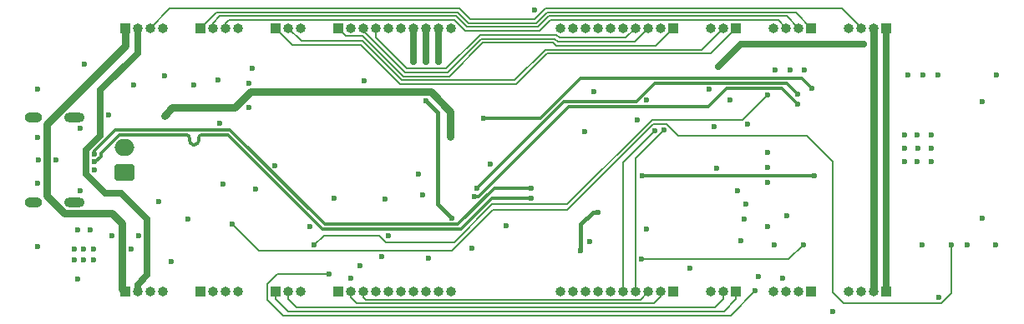
<source format=gbr>
%TF.GenerationSoftware,KiCad,Pcbnew,8.0.0*%
%TF.CreationDate,2024-12-15T19:06:57+00:00*%
%TF.ProjectId,main-board,6d61696e-2d62-46f6-9172-642e6b696361,rev?*%
%TF.SameCoordinates,Original*%
%TF.FileFunction,Copper,L3,Inr*%
%TF.FilePolarity,Positive*%
%FSLAX46Y46*%
G04 Gerber Fmt 4.6, Leading zero omitted, Abs format (unit mm)*
G04 Created by KiCad (PCBNEW 8.0.0) date 2024-12-15 19:06:57*
%MOMM*%
%LPD*%
G01*
G04 APERTURE LIST*
G04 Aperture macros list*
%AMRoundRect*
0 Rectangle with rounded corners*
0 $1 Rounding radius*
0 $2 $3 $4 $5 $6 $7 $8 $9 X,Y pos of 4 corners*
0 Add a 4 corners polygon primitive as box body*
4,1,4,$2,$3,$4,$5,$6,$7,$8,$9,$2,$3,0*
0 Add four circle primitives for the rounded corners*
1,1,$1+$1,$2,$3*
1,1,$1+$1,$4,$5*
1,1,$1+$1,$6,$7*
1,1,$1+$1,$8,$9*
0 Add four rect primitives between the rounded corners*
20,1,$1+$1,$2,$3,$4,$5,0*
20,1,$1+$1,$4,$5,$6,$7,0*
20,1,$1+$1,$6,$7,$8,$9,0*
20,1,$1+$1,$8,$9,$2,$3,0*%
G04 Aperture macros list end*
%TA.AperFunction,ComponentPad*%
%ADD10R,1.000000X1.000000*%
%TD*%
%TA.AperFunction,ComponentPad*%
%ADD11O,1.000000X1.000000*%
%TD*%
%TA.AperFunction,ComponentPad*%
%ADD12O,2.100000X1.000000*%
%TD*%
%TA.AperFunction,ComponentPad*%
%ADD13O,1.800000X1.000000*%
%TD*%
%TA.AperFunction,ComponentPad*%
%ADD14RoundRect,0.250000X0.750000X-0.600000X0.750000X0.600000X-0.750000X0.600000X-0.750000X-0.600000X0*%
%TD*%
%TA.AperFunction,ComponentPad*%
%ADD15O,2.000000X1.700000*%
%TD*%
%TA.AperFunction,ViaPad*%
%ADD16C,0.600000*%
%TD*%
%TA.AperFunction,Conductor*%
%ADD17C,0.300000*%
%TD*%
%TA.AperFunction,Conductor*%
%ADD18C,0.700000*%
%TD*%
%TA.AperFunction,Conductor*%
%ADD19C,0.800000*%
%TD*%
%TA.AperFunction,Conductor*%
%ADD20C,0.400000*%
%TD*%
%TA.AperFunction,Conductor*%
%ADD21C,0.200000*%
%TD*%
G04 APERTURE END LIST*
D10*
%TO.N,/SW1_A*%
%TO.C,SW_C1*%
X76650000Y-113400000D03*
D11*
%TO.N,/SW2_A*%
X77920000Y-113400000D03*
%TO.N,GND*%
X79190000Y-113400000D03*
%TD*%
D10*
%TO.N,/VCC_CTRL*%
%TO.C,PWR1*%
X61400000Y-113400000D03*
D11*
%TO.N,LDO_CTRL*%
X62670000Y-113400000D03*
%TO.N,/BUZZER_A*%
X63940000Y-113400000D03*
%TO.N,GND*%
X65210000Y-113400000D03*
%TD*%
D10*
%TO.N,/VPRG*%
%TO.C,DD1*%
X83005000Y-113400000D03*
D11*
%TO.N,/ALT_A*%
X84275000Y-113400000D03*
%TO.N,/GSCLK*%
X85545000Y-113400000D03*
%TO.N,/BLANK*%
X86815000Y-113400000D03*
%TO.N,/XLAT*%
X88085000Y-113400000D03*
%TO.N,/XERR_A*%
X89355000Y-113400000D03*
%TO.N,/SCLK*%
X90625000Y-113400000D03*
%TO.N,/SIN_A*%
X91895000Y-113400000D03*
%TO.N,/SOUT_A*%
X93165000Y-113400000D03*
%TO.N,GND*%
X94435000Y-113400000D03*
%TD*%
D10*
%TO.N,/MC_DD_1_B*%
%TO.C,CA3*%
X69025000Y-86600000D03*
D11*
%TO.N,/MC_DD_2_B*%
X70295000Y-86600000D03*
%TO.N,/MC_SD_B*%
X71565000Y-86600000D03*
%TO.N,GND*%
X72835000Y-86600000D03*
%TD*%
D10*
%TO.N,/SW1_A*%
%TO.C,SW_C2*%
X123350000Y-113400000D03*
D11*
%TO.N,/SW2_A*%
X122080000Y-113400000D03*
%TO.N,GND*%
X120810000Y-113400000D03*
%TD*%
D10*
%TO.N,/MC_DD_1_A*%
%TO.C,CA1*%
X69025000Y-113400000D03*
D11*
%TO.N,/MC_DD_2_A*%
X70295000Y-113400000D03*
%TO.N,/MC_SD_A*%
X71565000Y-113400000D03*
%TO.N,GND*%
X72835000Y-113400000D03*
%TD*%
D10*
%TO.N,/VPRG*%
%TO.C,DD4*%
X116995000Y-86600000D03*
D11*
%TO.N,/ALT_B*%
X115725000Y-86600000D03*
%TO.N,/GSCLK*%
X114455000Y-86600000D03*
%TO.N,/BLANK*%
X113185000Y-86600000D03*
%TO.N,/XLAT*%
X111915000Y-86600000D03*
%TO.N,/XERR_B*%
X110645000Y-86600000D03*
%TO.N,/SCLK*%
X109375000Y-86600000D03*
%TO.N,/SIN_B*%
X108105000Y-86600000D03*
%TO.N,/SOUT_B*%
X106835000Y-86600000D03*
%TO.N,GND*%
X105565000Y-86600000D03*
%TD*%
D10*
%TO.N,/VPRG*%
%TO.C,DD2*%
X116995000Y-113400000D03*
D11*
%TO.N,/ALT_A*%
X115725000Y-113400000D03*
%TO.N,/GSCLK*%
X114455000Y-113400000D03*
%TO.N,/BLANK*%
X113185000Y-113400000D03*
%TO.N,/XLAT*%
X111915000Y-113400000D03*
%TO.N,/XERR_A*%
X110645000Y-113400000D03*
%TO.N,/SCLK*%
X109375000Y-113400000D03*
%TO.N,/SIN_A*%
X108105000Y-113400000D03*
%TO.N,/SOUT_A*%
X106835000Y-113400000D03*
%TO.N,GND*%
X105565000Y-113400000D03*
%TD*%
D10*
%TO.N,/SW1_B*%
%TO.C,SW_C4*%
X123350000Y-86600000D03*
D11*
%TO.N,/SW2_B*%
X122080000Y-86600000D03*
%TO.N,GND*%
X120810000Y-86600000D03*
%TD*%
D10*
%TO.N,/VCC_CTRL*%
%TO.C,PWR2*%
X138600000Y-113400000D03*
D11*
%TO.N,LDO_CTRL*%
X137330000Y-113400000D03*
%TO.N,/BUZZER_A*%
X136060000Y-113400000D03*
%TO.N,GND*%
X134790000Y-113400000D03*
%TD*%
D10*
%TO.N,/MC_DD_1_B*%
%TO.C,CA4*%
X130975000Y-86600000D03*
D11*
%TO.N,/MC_DD_2_B*%
X129705000Y-86600000D03*
%TO.N,/MC_SD_B*%
X128435000Y-86600000D03*
%TO.N,GND*%
X127165000Y-86600000D03*
%TD*%
D10*
%TO.N,/SW1_B*%
%TO.C,SW_C3*%
X76650000Y-86600000D03*
D11*
%TO.N,/SW2_B*%
X77920000Y-86600000D03*
%TO.N,GND*%
X79190000Y-86600000D03*
%TD*%
D10*
%TO.N,/VCC_CTRL*%
%TO.C,PWR4*%
X138600000Y-86600000D03*
D11*
%TO.N,LDO_CTRL*%
X137330000Y-86600000D03*
%TO.N,/BUZZER_B*%
X136060000Y-86600000D03*
%TO.N,GND*%
X134790000Y-86600000D03*
%TD*%
D10*
%TO.N,/VCC_CTRL*%
%TO.C,PWR3*%
X61400000Y-86600000D03*
D11*
%TO.N,LDO_CTRL*%
X62670000Y-86600000D03*
%TO.N,/BUZZER_B*%
X63940000Y-86600000D03*
%TO.N,GND*%
X65210000Y-86600000D03*
%TD*%
D12*
%TO.N,Net-(J1-SHIELD)*%
%TO.C,J1*%
X56280000Y-95660000D03*
D13*
X52100000Y-95660000D03*
D12*
X56280000Y-104300000D03*
D13*
X52100000Y-104300000D03*
%TD*%
D10*
%TO.N,/VPRG*%
%TO.C,DD3*%
X83005000Y-86600000D03*
D11*
%TO.N,/ALT_B*%
X84275000Y-86600000D03*
%TO.N,/GSCLK*%
X85545000Y-86600000D03*
%TO.N,/BLANK*%
X86815000Y-86600000D03*
%TO.N,/XLAT*%
X88085000Y-86600000D03*
%TO.N,/XERR_B*%
X89355000Y-86600000D03*
%TO.N,/SCLK*%
X90625000Y-86600000D03*
%TO.N,/SIN_B*%
X91895000Y-86600000D03*
%TO.N,/SOUT_B*%
X93165000Y-86600000D03*
%TO.N,GND*%
X94435000Y-86600000D03*
%TD*%
D10*
%TO.N,/MC_DD_1_A*%
%TO.C,CA2*%
X130975000Y-113400000D03*
D11*
%TO.N,/MC_DD_2_A*%
X129705000Y-113400000D03*
%TO.N,/MC_SD_A*%
X128435000Y-113400000D03*
%TO.N,GND*%
X127165000Y-113400000D03*
%TD*%
D14*
%TO.N,-BATT*%
%TO.C,BAT1*%
X61350000Y-101250000D03*
D15*
%TO.N,+BATT*%
X61350000Y-98750000D03*
%TD*%
D16*
%TO.N,GND*%
X120600000Y-92850000D03*
X65400000Y-91475000D03*
%TO.N,+BATT*%
X94400000Y-97612500D03*
X65400000Y-95500000D03*
%TO.N,/BUZZER_A*%
X133100000Y-115400000D03*
%TO.N,/VCC_CTRL*%
X118700000Y-111000000D03*
%TO.N,Net-(D4-K)*%
X107587500Y-109200000D03*
X109375000Y-105300000D03*
%TO.N,/MOSI(SIN)*%
X113785000Y-110100000D03*
X130175000Y-108625000D03*
%TO.N,/CTRL*%
X125300000Y-113300000D03*
%TO.N,/VCC_CTRL_EN*%
X126500000Y-93400000D03*
%TO.N,/GPIO11*%
X130300000Y-90900000D03*
%TO.N,/GPIO12*%
X128800000Y-90900000D03*
%TO.N,/GPIO13*%
X127300000Y-90900000D03*
%TO.N,GND*%
X124512500Y-96400000D03*
%TO.N,/BLANK*%
X116050000Y-96950000D03*
%TO.N,/XLAT*%
X115100000Y-97050000D03*
%TO.N,GND*%
X108025000Y-97125000D03*
%TO.N,/GSCLK*%
X121100000Y-96600000D03*
X126525000Y-99250000D03*
%TO.N,Net-(Q1-G)*%
X97725000Y-95750000D03*
X131000000Y-92700000D03*
%TO.N,/SDA*%
X124350000Y-104500000D03*
%TO.N,/SCL*%
X123500000Y-103100000D03*
%TO.N,Net-(U2-IO05)*%
X96834113Y-103750000D03*
%TO.N,GND*%
X91600000Y-103537500D03*
%TO.N,Net-(U2-IO06)*%
X97100000Y-102900000D03*
%TO.N,/ADC_BAT_V*%
X131300000Y-101600000D03*
X143775000Y-91375000D03*
%TO.N,/LDO_LATCH*%
X145175000Y-108625000D03*
X72250000Y-106525000D03*
%TO.N,/VCC_CTRL_EN*%
X80600000Y-108650000D03*
%TO.N,/1V*%
X136300000Y-88200000D03*
%TO.N,/USB_D-*%
X102600000Y-103909824D03*
%TO.N,/USB_D+*%
X58300000Y-101000003D03*
X102600000Y-102850000D03*
%TO.N,/USB_D-*%
X58300000Y-100200000D03*
%TO.N,/USB_D+*%
X58300000Y-99399997D03*
%TO.N,Net-(U2-IO05)*%
X129600000Y-94300000D03*
%TO.N,Net-(U2-IO06)*%
X129600000Y-93337500D03*
%TO.N,/ADC_BAT_V*%
X113800000Y-101600000D03*
%TO.N,/1V*%
X121500000Y-90500000D03*
%TO.N,/2.5V*%
X113292000Y-95925000D03*
%TO.N,/SIN_A*%
X96600000Y-108950000D03*
%TO.N,/SCLK*%
X90625000Y-90000000D03*
X87400000Y-109850000D03*
%TO.N,/XERR_B*%
X114300000Y-93950000D03*
%TO.N,LDO*%
X98400000Y-100400000D03*
%TO.N,Net-(U2-IO00)*%
X122687500Y-93900000D03*
%TO.N,LDO_CTRL*%
X123785636Y-108251622D03*
%TO.N,VCC*%
X88062500Y-107750000D03*
X82600000Y-103900000D03*
X100000000Y-106700000D03*
%TO.N,LDO*%
X74300000Y-90700000D03*
%TO.N,VCC*%
X62300000Y-92375000D03*
%TO.N,GND*%
X87800000Y-104015000D03*
%TO.N,LDO_CTRL*%
X85200000Y-110750000D03*
%TO.N,/SIN_B*%
X91900000Y-90000000D03*
%TO.N,/MISO(SOUT)*%
X94500000Y-105900000D03*
X91900000Y-94000000D03*
%TO.N,/CTRL*%
X82052330Y-111600000D03*
%TO.N,/SCLK*%
X108500000Y-108300000D03*
X125600000Y-111900000D03*
%TO.N,/ALT_A*%
X84275000Y-112000000D03*
%TO.N,/MISO(SOUT)*%
X128086159Y-112000000D03*
%TO.N,/SDA*%
X128500000Y-105700000D03*
%TO.N,/SCL*%
X127175000Y-108625000D03*
%TO.N,GND*%
X80100000Y-106750000D03*
%TO.N,/SW1*%
X73950000Y-92200000D03*
%TO.N,LDO_CTRL*%
X91150000Y-101462500D03*
%TO.N,/SOUT_A*%
X92200000Y-110000000D03*
%TO.N,/SOUT_B*%
X93165000Y-90000000D03*
%TO.N,GND*%
X114300000Y-107037500D03*
%TO.N,LDO_CTRL*%
X85600000Y-92000000D03*
%TO.N,/SW2*%
X73950000Y-94700000D03*
X76600000Y-100600000D03*
%TO.N,/LDO_EN*%
X68337500Y-92375000D03*
%TO.N,VBUS*%
X59750000Y-95400000D03*
%TO.N,Net-(Q7-D)*%
X70837500Y-91900000D03*
%TO.N,LDO_CTRL*%
X102900000Y-84800000D03*
%TO.N,-BATT*%
X62800000Y-107725000D03*
%TO.N,GND*%
X141700000Y-97500000D03*
X58200000Y-110200000D03*
X143100000Y-97500000D03*
X141735000Y-98810000D03*
X70962500Y-96300000D03*
X143100000Y-98800000D03*
X140400000Y-98800000D03*
X56300000Y-109100000D03*
X143100000Y-100200000D03*
X58200000Y-109100000D03*
X54412500Y-100000000D03*
X141700000Y-100200000D03*
X57200000Y-109100000D03*
X52512500Y-97700000D03*
X56855000Y-103180000D03*
X56855000Y-96780000D03*
X57200000Y-110200000D03*
X140400000Y-100200000D03*
X149675000Y-108625000D03*
X56300000Y-110200000D03*
X149775000Y-91375000D03*
X126525000Y-106750000D03*
X67800000Y-105987500D03*
X140400000Y-97500000D03*
%TO.N,/EN*%
X148312500Y-105912500D03*
%TO.N,Net-(C2-Pad2)*%
X124200000Y-106000000D03*
%TO.N,/ADC_BAT_EN*%
X140775000Y-91375000D03*
%TO.N,LDO*%
X148312500Y-94087500D03*
%TO.N,VBUS*%
X57300000Y-90300000D03*
X66050000Y-110300000D03*
%TO.N,Net-(U7-VCC)*%
X64800000Y-104200000D03*
%TO.N,Net-(D3-K)*%
X121377500Y-100875000D03*
%TO.N,Net-(D5-K)*%
X108925000Y-93100000D03*
%TO.N,Net-(Q7-D)*%
X71300000Y-102500000D03*
%TO.N,Net-(Q7-G)*%
X74600000Y-103000000D03*
%TO.N,/ADC_VREF_EN*%
X142275000Y-91375000D03*
%TO.N,Net-(U2-USB_D+)*%
X126525000Y-102250000D03*
%TO.N,Net-(U2-USB_D-)*%
X126525000Y-100750000D03*
%TO.N,/U0TXD*%
X143900000Y-114000000D03*
%TO.N,Net-(U2-TXD0)*%
X142175000Y-108625000D03*
%TO.N,Net-(U6-~{CHRG})*%
X52512500Y-92800000D03*
X56615000Y-107155000D03*
%TO.N,Net-(U6-~{STDBY})*%
X52512500Y-108800000D03*
X57885000Y-107155000D03*
%TO.N,Net-(U6-PROG)*%
X56615000Y-112105000D03*
X61987500Y-109100000D03*
%TO.N,Net-(U7-CS)*%
X60100000Y-107725000D03*
%TO.N,/GPIO46*%
X146775000Y-108625000D03*
%TO.N,Net-(J1-CC1)*%
X52587500Y-100000000D03*
%TO.N,Net-(J1-CC2)*%
X52512500Y-102400000D03*
%TD*%
D17*
%TO.N,/USB_D-*%
X102590176Y-103900000D02*
X98600000Y-103900000D01*
X58950000Y-99302944D02*
X58950000Y-99669236D01*
X60802944Y-97450000D02*
X58950000Y-99302944D01*
X68844000Y-98084000D02*
G75*
G02*
X68488000Y-98440000I-356000J0D01*
G01*
X69200000Y-97450000D02*
G75*
G03*
X68844000Y-97806000I0J-356000D01*
G01*
X68844000Y-97806000D02*
X68844000Y-98084000D01*
X68310000Y-98440000D02*
G75*
G02*
X67954000Y-98084000I0J356000D01*
G01*
X67954000Y-97806000D02*
G75*
G03*
X67598000Y-97450000I-356000J0D01*
G01*
X102600000Y-103909824D02*
X102590176Y-103900000D01*
X81423655Y-107050000D02*
X71823655Y-97450000D01*
X67954000Y-98084000D02*
X67954000Y-97806000D01*
X66000000Y-97450000D02*
X60802944Y-97450000D01*
X67598000Y-97450000D02*
X67420000Y-97450000D01*
X68488000Y-98440000D02*
X68310000Y-98440000D01*
X98600000Y-103900000D02*
X95450000Y-107050000D01*
X67420000Y-97450000D02*
X66000000Y-97450000D01*
X58950000Y-99669236D02*
X58419236Y-100200000D01*
X71823655Y-97450000D02*
X69200000Y-97450000D01*
X95450000Y-107050000D02*
X81423655Y-107050000D01*
X58419236Y-100200000D02*
X58300000Y-100200000D01*
%TO.N,Net-(U2-IO05)*%
X96834113Y-103750000D02*
X97242893Y-103750000D01*
X97242893Y-103750000D02*
X106392893Y-94600000D01*
X106392893Y-94600000D02*
X120500000Y-94600000D01*
X122400000Y-92700000D02*
X128000000Y-92700000D01*
X120500000Y-94600000D02*
X122400000Y-92700000D01*
X128000000Y-92700000D02*
X129600000Y-94300000D01*
D18*
%TO.N,/1V*%
X121500000Y-90500000D02*
X123800000Y-88200000D01*
X123800000Y-88200000D02*
X136300000Y-88200000D01*
D19*
%TO.N,+BATT*%
X65400000Y-95500000D02*
X66200000Y-94700000D01*
X72500000Y-94700000D02*
X74100000Y-93100000D01*
X66200000Y-94700000D02*
X72500000Y-94700000D01*
X74100000Y-93100000D02*
X92400000Y-93100000D01*
X92400000Y-93100000D02*
X94400000Y-95100000D01*
X94400000Y-95100000D02*
X94400000Y-97612500D01*
D18*
%TO.N,LDO_CTRL*%
X57450000Y-98960051D02*
X58900000Y-97510051D01*
X57450000Y-101450000D02*
X57450000Y-98960051D01*
X59400000Y-103400000D02*
X57450000Y-101450000D01*
X58900000Y-97510051D02*
X58900000Y-92900000D01*
X62670000Y-112692894D02*
X63650000Y-111712894D01*
X63650000Y-111712894D02*
X63650000Y-106038298D01*
X61011702Y-103400000D02*
X59400000Y-103400000D01*
X62670000Y-89130000D02*
X62670000Y-86600000D01*
X58900000Y-92900000D02*
X62670000Y-89130000D01*
X63650000Y-106038298D02*
X61011702Y-103400000D01*
X62670000Y-113400000D02*
X62670000Y-112692894D01*
D20*
%TO.N,/MISO(SOUT)*%
X91900000Y-94000000D02*
X93100000Y-95200000D01*
X93100000Y-95200000D02*
X93100000Y-104500000D01*
X93100000Y-104500000D02*
X94500000Y-105900000D01*
D21*
%TO.N,/CTRL*%
X122800000Y-115800000D02*
X77450000Y-115800000D01*
X125300000Y-113300000D02*
X122800000Y-115800000D01*
X77450000Y-115800000D02*
X75850000Y-114200000D01*
X75850000Y-114200000D02*
X75850000Y-112600000D01*
X75850000Y-112600000D02*
X76850000Y-111600000D01*
X76850000Y-111600000D02*
X82052330Y-111600000D01*
D20*
%TO.N,Net-(D4-K)*%
X109375000Y-105300000D02*
X108850000Y-105300000D01*
X108850000Y-105300000D02*
X107587500Y-106562500D01*
X107587500Y-106562500D02*
X107587500Y-109200000D01*
D21*
%TO.N,/MOSI(SIN)*%
X128685000Y-110115000D02*
X113800000Y-110115000D01*
X113800000Y-110115000D02*
X113785000Y-110100000D01*
X130175000Y-108625000D02*
X128685000Y-110115000D01*
%TO.N,/VCC_CTRL_EN*%
X80600000Y-108650000D02*
X81550000Y-107700000D01*
X81550000Y-107700000D02*
X87163971Y-107700000D01*
X87813971Y-108350000D02*
X94786396Y-108350000D01*
X87163971Y-107700000D02*
X87813971Y-108350000D01*
X94786396Y-108350000D02*
X98636396Y-104500000D01*
X98636396Y-104500000D02*
X99100000Y-104500000D01*
X114835785Y-95900000D02*
X124000000Y-95900000D01*
X99100000Y-104500000D02*
X99109824Y-104509824D01*
X99109824Y-104509824D02*
X106225961Y-104509824D01*
X106225961Y-104509824D02*
X114835785Y-95900000D01*
X124000000Y-95900000D02*
X126500000Y-93400000D01*
%TO.N,/LDO_LATCH*%
X98700000Y-105100000D02*
X106201471Y-105100000D01*
X106201471Y-105100000D02*
X114951471Y-96350000D01*
X114951471Y-96350000D02*
X116298529Y-96350000D01*
X116298529Y-96350000D02*
X117498529Y-97550000D01*
X117498529Y-97550000D02*
X130480000Y-97550000D01*
X130480000Y-97550000D02*
X133100000Y-100170000D01*
X133100000Y-100170000D02*
X133100000Y-109076084D01*
X72250000Y-106525000D02*
X74975000Y-109250000D01*
X74975000Y-109250000D02*
X94550000Y-109250000D01*
X94550000Y-109250000D02*
X98700000Y-105100000D01*
D17*
%TO.N,Net-(U2-IO06)*%
X129600000Y-93337500D02*
X128462500Y-92200000D01*
X128462500Y-92200000D02*
X115107106Y-92200000D01*
X115107106Y-92200000D02*
X113207106Y-94100000D01*
X105900000Y-94100000D02*
X97100000Y-102900000D01*
X113207106Y-94100000D02*
X105900000Y-94100000D01*
%TO.N,Net-(Q1-G)*%
X131000000Y-92700000D02*
X130000000Y-91700000D01*
X130000000Y-91700000D02*
X107592894Y-91700000D01*
X107592894Y-91700000D02*
X103542894Y-95750000D01*
X103542894Y-95750000D02*
X97725000Y-95750000D01*
D21*
%TO.N,/BLANK*%
X113185000Y-113400000D02*
X113185000Y-99815000D01*
X113185000Y-99815000D02*
X116050000Y-96950000D01*
%TO.N,/XLAT*%
X111915000Y-113400000D02*
X111915000Y-100235000D01*
X111915000Y-100235000D02*
X115100000Y-97050000D01*
D17*
%TO.N,/ADC_BAT_V*%
X131300000Y-101600000D02*
X113800000Y-101600000D01*
%TO.N,/USB_D+*%
X98850000Y-102850000D02*
X102600000Y-102850000D01*
X58300000Y-99100000D02*
X60450000Y-96950000D01*
X95150000Y-106550000D02*
X98850000Y-102850000D01*
X60450000Y-96950000D02*
X72030761Y-96950000D01*
X72030761Y-96950000D02*
X81630761Y-106550000D01*
X58300000Y-99399997D02*
X58300000Y-99100000D01*
X81630761Y-106550000D02*
X95150000Y-106550000D01*
D19*
%TO.N,/VCC_CTRL*%
X61400000Y-113400000D02*
X61087500Y-113087500D01*
X61087500Y-113087500D02*
X61087500Y-106431002D01*
X60056498Y-105400000D02*
X55274365Y-105400000D01*
X61087500Y-106431002D02*
X60056498Y-105400000D01*
X55274365Y-105400000D02*
X53500000Y-103625635D01*
X53500000Y-103625635D02*
X53500000Y-96334365D01*
X53500000Y-96334365D02*
X61400000Y-88434365D01*
X61400000Y-88434365D02*
X61400000Y-86600000D01*
D18*
%TO.N,/SIN_B*%
X91895000Y-86600000D02*
X91895000Y-89995000D01*
X91895000Y-89995000D02*
X91900000Y-90000000D01*
%TO.N,/SCLK*%
X90625000Y-90000000D02*
X90625000Y-86600000D01*
%TO.N,/SOUT_B*%
X93165000Y-90000000D02*
X93165000Y-86600000D01*
D21*
%TO.N,/BLANK*%
X86815000Y-86600000D02*
X86815000Y-87583628D01*
X105133629Y-87300000D02*
X105433629Y-87600000D01*
X112185000Y-87600000D02*
X113185000Y-86600000D01*
X86815000Y-87583628D02*
X89931372Y-90700000D01*
X89931372Y-90700000D02*
X93968628Y-90700000D01*
X93968628Y-90700000D02*
X97368629Y-87300000D01*
X97368629Y-87300000D02*
X105133629Y-87300000D01*
X105433629Y-87600000D02*
X112185000Y-87600000D01*
%TO.N,/GSCLK*%
X85545000Y-86600000D02*
X85545000Y-86879314D01*
X89765686Y-91100000D02*
X94134314Y-91100000D01*
X85545000Y-86879314D02*
X89765686Y-91100000D01*
X94134314Y-91100000D02*
X97534315Y-87700000D01*
X97534315Y-87700000D02*
X104967943Y-87700000D01*
X104967943Y-87700000D02*
X105267943Y-88000000D01*
X105267943Y-88000000D02*
X113055000Y-88000000D01*
X113055000Y-88000000D02*
X114455000Y-86600000D01*
%TO.N,/VPRG*%
X116995000Y-86600000D02*
X115195000Y-88400000D01*
X83805000Y-87400000D02*
X83005000Y-86600000D01*
X97700000Y-88100000D02*
X94300000Y-91500000D01*
X115195000Y-88400000D02*
X105102258Y-88400000D01*
X85500000Y-87400000D02*
X83805000Y-87400000D01*
X105102258Y-88400000D02*
X104802258Y-88100000D01*
X104802258Y-88100000D02*
X97700000Y-88100000D01*
X94300000Y-91500000D02*
X89600000Y-91500000D01*
X89600000Y-91500000D02*
X85500000Y-87400000D01*
%TO.N,/VCC_CTRL_EN*%
X80600000Y-108650000D02*
X80700000Y-108750000D01*
%TO.N,/LDO_LATCH*%
X134200000Y-114600000D02*
X144148529Y-114600000D01*
X144148529Y-114600000D02*
X145175000Y-113573529D01*
X133100000Y-109076084D02*
X133100000Y-113500000D01*
X133100000Y-113500000D02*
X134200000Y-114600000D01*
X145175000Y-113573529D02*
X145175000Y-108625000D01*
%TO.N,/SW1_B*%
X120750000Y-89200000D02*
X123350000Y-86600000D01*
X104165686Y-89200000D02*
X120750000Y-89200000D01*
X89268629Y-92300000D02*
X101065686Y-92300000D01*
X85301471Y-88332843D02*
X89268629Y-92300000D01*
X78382843Y-88332843D02*
X85301471Y-88332843D01*
X101065686Y-92300000D02*
X104165686Y-89200000D01*
X76650000Y-86600000D02*
X78382843Y-88332843D01*
%TO.N,/SW2_B*%
X119880000Y-88800000D02*
X122080000Y-86600000D01*
X104000000Y-88800000D02*
X119880000Y-88800000D01*
X85467157Y-87932843D02*
X89434314Y-91900000D01*
X89434314Y-91900000D02*
X100900000Y-91900000D01*
X79252843Y-87932843D02*
X85467157Y-87932843D01*
X100900000Y-91900000D02*
X104000000Y-88800000D01*
X77920000Y-86600000D02*
X79252843Y-87932843D01*
D19*
%TO.N,LDO_CTRL*%
X137330000Y-113400000D02*
X137330000Y-86600000D01*
D21*
%TO.N,/SW2_A*%
X122080000Y-113400000D02*
X122080000Y-114120000D01*
X122080000Y-114120000D02*
X121200000Y-115000000D01*
X121200000Y-115000000D02*
X78800000Y-115000000D01*
X78800000Y-115000000D02*
X77920000Y-114120000D01*
X77920000Y-114120000D02*
X77920000Y-113400000D01*
%TO.N,/SW1_A*%
X123350000Y-113400000D02*
X123350000Y-114150000D01*
X123350000Y-114150000D02*
X122100000Y-115400000D01*
X77900000Y-115400000D02*
X76650000Y-114150000D01*
X122100000Y-115400000D02*
X77900000Y-115400000D01*
X76650000Y-114150000D02*
X76650000Y-113400000D01*
%TO.N,/GSCLK*%
X85545000Y-113400000D02*
X85545000Y-113945000D01*
X85545000Y-113945000D02*
X85800000Y-114200000D01*
X85800000Y-114200000D02*
X113655000Y-114200000D01*
X113655000Y-114200000D02*
X114455000Y-113400000D01*
%TO.N,/ALT_A*%
X115725000Y-113400000D02*
X115725000Y-113875000D01*
X84275000Y-113975000D02*
X84275000Y-113400000D01*
X115725000Y-113875000D02*
X115000000Y-114600000D01*
X115000000Y-114600000D02*
X84900000Y-114600000D01*
X84900000Y-114600000D02*
X84275000Y-113975000D01*
%TO.N,/MC_SD_B*%
X71565000Y-86600000D02*
X71565000Y-86135000D01*
X71565000Y-86135000D02*
X71900000Y-85800000D01*
X94766371Y-85800000D02*
X95866372Y-86900000D01*
X127635000Y-85800000D02*
X128435000Y-86600000D01*
X71900000Y-85800000D02*
X94766371Y-85800000D01*
X95866372Y-86900000D02*
X103397058Y-86900000D01*
X104497058Y-85800000D02*
X127635000Y-85800000D01*
X103397058Y-86900000D02*
X104497058Y-85800000D01*
%TO.N,/MC_DD_2_B*%
X70295000Y-86600000D02*
X70295000Y-86105000D01*
X70295000Y-86105000D02*
X71000000Y-85400000D01*
X96032057Y-86500000D02*
X103231372Y-86500000D01*
X71000000Y-85400000D02*
X94932057Y-85400000D01*
X128505000Y-85400000D02*
X129705000Y-86600000D01*
X94932057Y-85400000D02*
X96032057Y-86500000D01*
X103231372Y-86500000D02*
X104331372Y-85400000D01*
X104331372Y-85400000D02*
X128505000Y-85400000D01*
%TO.N,/MC_DD_1_B*%
X130975000Y-86600000D02*
X129375000Y-85000000D01*
X95097743Y-85000000D02*
X70625000Y-85000000D01*
X104165686Y-85000000D02*
X103065686Y-86100000D01*
X103065686Y-86100000D02*
X96197743Y-86100000D01*
X96197743Y-86100000D02*
X95097743Y-85000000D01*
X129375000Y-85000000D02*
X104165686Y-85000000D01*
X70625000Y-85000000D02*
X69025000Y-86600000D01*
%TO.N,/BUZZER_B*%
X136060000Y-86600000D02*
X136060000Y-86560000D01*
X136060000Y-86560000D02*
X134100000Y-84600000D01*
X65940000Y-84600000D02*
X63940000Y-86600000D01*
X134100000Y-84600000D02*
X104000000Y-84600000D01*
X104000000Y-84600000D02*
X102900000Y-85700000D01*
X102900000Y-85700000D02*
X96400000Y-85700000D01*
X96400000Y-85700000D02*
X95300000Y-84600000D01*
X95300000Y-84600000D02*
X65940000Y-84600000D01*
D18*
%TO.N,/VCC_CTRL*%
X138600000Y-113400000D02*
X138600000Y-86600000D01*
D21*
%TO.N,/MC_SD_A*%
X128435000Y-113400000D02*
X128500000Y-113335000D01*
%TO.N,/VPRG*%
X83005000Y-113400000D02*
X83205000Y-113200000D01*
%TD*%
M02*

</source>
